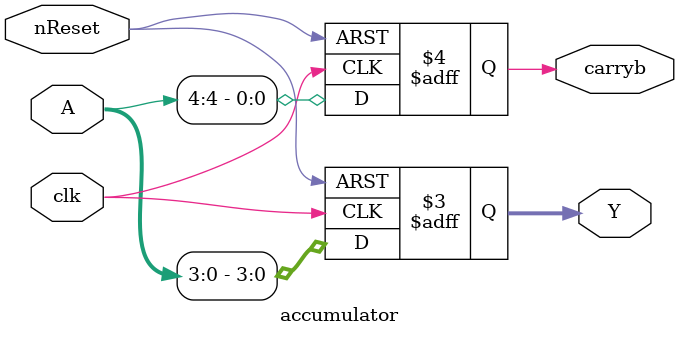
<source format=v>
/*
	Name: Matidios, Henry
	Date: 1/20/2016
	Description: Accumulator
*/
`timescale 1ns/1ps

module accumulator(Y,carryb,A,clk,nReset);
	input clk,nReset;
	input [4:0]A;
	output reg carryb;
	output reg [3:0]Y;
	
	always @(negedge clk or negedge nReset)
	if(nReset==0)
		begin
			Y <= 3'd0;
			carryb <= 1'd0;
		end
	else
		begin
			Y <= A[3:0];
			carryb <= A[4];
		end
endmodule
</source>
